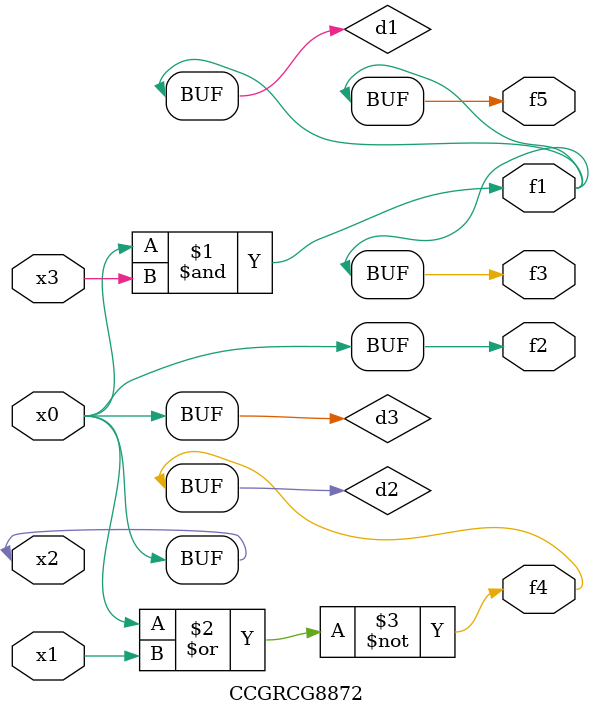
<source format=v>
module CCGRCG8872(
	input x0, x1, x2, x3,
	output f1, f2, f3, f4, f5
);

	wire d1, d2, d3;

	and (d1, x2, x3);
	nor (d2, x0, x1);
	buf (d3, x0, x2);
	assign f1 = d1;
	assign f2 = d3;
	assign f3 = d1;
	assign f4 = d2;
	assign f5 = d1;
endmodule

</source>
